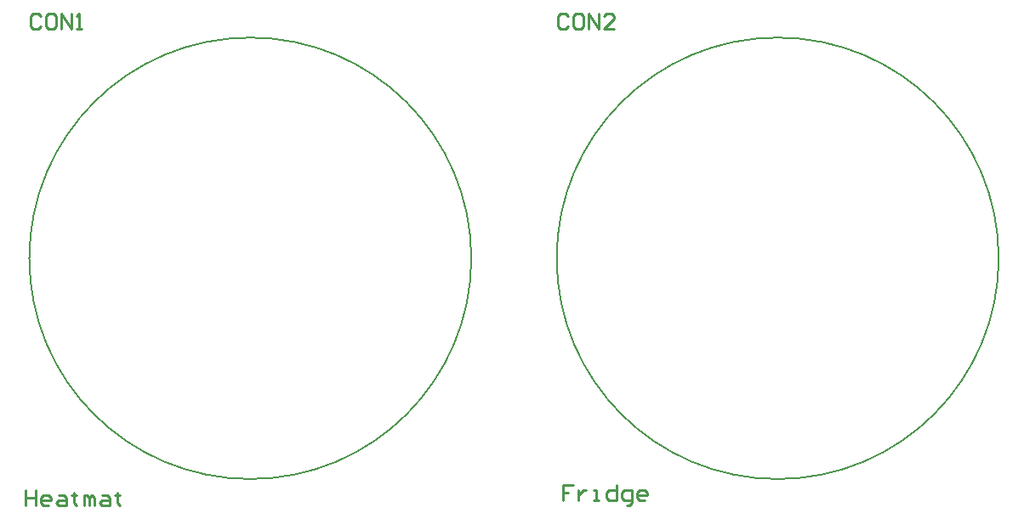
<source format=gto>
G04*
G04 #@! TF.GenerationSoftware,Altium Limited,Altium Designer,20.0.13 (296)*
G04*
G04 Layer_Color=65535*
%FSLAX44Y44*%
%MOMM*%
G71*
G01*
G75*
%ADD10C,0.2000*%
%ADD11C,0.2540*%
D10*
X1420000Y800000D02*
G03*
X1420000Y800000I-220000J0D01*
G01*
X895000D02*
G03*
X895000Y800000I-220000J0D01*
G01*
D11*
X991613Y1041396D02*
X989073Y1043935D01*
X983995D01*
X981456Y1041396D01*
Y1031239D01*
X983995Y1028700D01*
X989073D01*
X991613Y1031239D01*
X1004309Y1043935D02*
X999230D01*
X996691Y1041396D01*
Y1031239D01*
X999230Y1028700D01*
X1004309D01*
X1006848Y1031239D01*
Y1041396D01*
X1004309Y1043935D01*
X1011926Y1028700D02*
Y1043935D01*
X1022083Y1028700D01*
Y1043935D01*
X1037318Y1028700D02*
X1027161D01*
X1037318Y1038857D01*
Y1041396D01*
X1034779Y1043935D01*
X1029700D01*
X1027161Y1041396D01*
X996691Y574034D02*
X986534D01*
Y566417D01*
X991613D01*
X986534D01*
Y558799D01*
X1001769Y568956D02*
Y558799D01*
Y563877D01*
X1004309Y566417D01*
X1006848Y568956D01*
X1009387D01*
X1017004Y558799D02*
X1022083D01*
X1019544D01*
Y568956D01*
X1017004D01*
X1039857Y574034D02*
Y558799D01*
X1032240D01*
X1029700Y561338D01*
Y566417D01*
X1032240Y568956D01*
X1039857D01*
X1050014Y553721D02*
X1052553D01*
X1055092Y556260D01*
Y568956D01*
X1047475D01*
X1044936Y566417D01*
Y561338D01*
X1047475Y558799D01*
X1055092D01*
X1067788D02*
X1062710D01*
X1060171Y561338D01*
Y566417D01*
X1062710Y568956D01*
X1067788D01*
X1070327Y566417D01*
Y563877D01*
X1060171D01*
X466595Y1041396D02*
X464055Y1043935D01*
X458977D01*
X456438Y1041396D01*
Y1031239D01*
X458977Y1028700D01*
X464055D01*
X466595Y1031239D01*
X479291Y1043935D02*
X474212D01*
X471673Y1041396D01*
Y1031239D01*
X474212Y1028700D01*
X479291D01*
X481830Y1031239D01*
Y1041396D01*
X479291Y1043935D01*
X486908Y1028700D02*
Y1043935D01*
X497065Y1028700D01*
Y1043935D01*
X502143Y1028700D02*
X507222D01*
X504682D01*
Y1043935D01*
X502143Y1041396D01*
X451360Y568956D02*
Y553721D01*
Y561338D01*
X461516D01*
Y568956D01*
Y553721D01*
X474212D02*
X469134D01*
X466595Y556260D01*
Y561338D01*
X469134Y563877D01*
X474212D01*
X476751Y561338D01*
Y558799D01*
X466595D01*
X484369Y563877D02*
X489447D01*
X491987Y561338D01*
Y553721D01*
X484369D01*
X481830Y556260D01*
X484369Y558799D01*
X491987D01*
X499604Y566417D02*
Y563877D01*
X497065D01*
X502143D01*
X499604D01*
Y556260D01*
X502143Y553721D01*
X509761D02*
Y563877D01*
X512300D01*
X514839Y561338D01*
Y553721D01*
Y561338D01*
X517378Y563877D01*
X519917Y561338D01*
Y553721D01*
X527535Y563877D02*
X532613D01*
X535153Y561338D01*
Y553721D01*
X527535D01*
X524996Y556260D01*
X527535Y558799D01*
X535153D01*
X542770Y566417D02*
Y563877D01*
X540231D01*
X545309D01*
X542770D01*
Y556260D01*
X545309Y553721D01*
M02*

</source>
